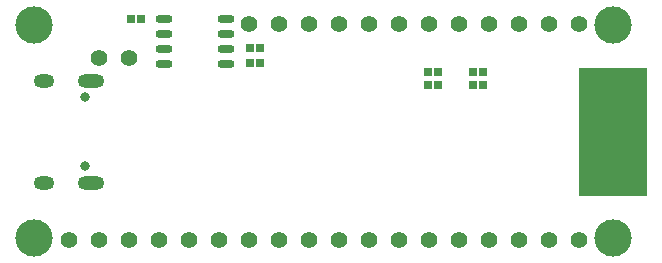
<source format=gbs>
G04*
G04 #@! TF.GenerationSoftware,Altium Limited,Altium Designer,21.2.1 (34)*
G04*
G04 Layer_Color=16711935*
%FSLAX25Y25*%
%MOIN*%
G70*
G04*
G04 #@! TF.SameCoordinates,24BC1A3A-2B15-4BCB-8D07-746B5B0C7B57*
G04*
G04*
G04 #@! TF.FilePolarity,Negative*
G04*
G01*
G75*
%ADD36R,0.22500X0.42500*%
%ADD56C,0.05600*%
%ADD57C,0.12411*%
%ADD58O,0.08868X0.04537*%
%ADD59O,0.06899X0.04537*%
%ADD60C,0.03159*%
%ADD72R,0.02568X0.02568*%
%ADD73O,0.05718X0.02568*%
D36*
X200250Y-250D02*
D03*
D56*
X39000Y24600D02*
D03*
X29000D02*
D03*
X109000Y36000D02*
D03*
X99000D02*
D03*
X159000D02*
D03*
X149000D02*
D03*
X169000D02*
D03*
X189000D02*
D03*
X179000D02*
D03*
X139000D02*
D03*
X119000D02*
D03*
X129000D02*
D03*
X79000D02*
D03*
X89000D02*
D03*
X69000Y-36000D02*
D03*
X109000D02*
D03*
X99000D02*
D03*
X159000D02*
D03*
X149000D02*
D03*
X169000D02*
D03*
X189000D02*
D03*
X179000D02*
D03*
X139000D02*
D03*
X119000D02*
D03*
X129000D02*
D03*
X79000D02*
D03*
X89000D02*
D03*
X59000D02*
D03*
X49000D02*
D03*
X29000D02*
D03*
X39000D02*
D03*
X19000D02*
D03*
D57*
X7500Y35500D02*
D03*
Y-35500D02*
D03*
X200500D02*
D03*
Y35500D02*
D03*
D58*
X26327Y17028D02*
D03*
Y-17028D02*
D03*
D59*
X10579Y17028D02*
D03*
Y-17028D02*
D03*
D60*
X24358Y-11378D02*
D03*
Y11378D02*
D03*
D72*
X79300Y23000D02*
D03*
X82700D02*
D03*
X79300Y28000D02*
D03*
X82700D02*
D03*
X43200Y37500D02*
D03*
X39800D02*
D03*
X153800Y15500D02*
D03*
X157200D02*
D03*
X153800Y20000D02*
D03*
X157200D02*
D03*
X138800Y15500D02*
D03*
X142200D02*
D03*
X138800Y20000D02*
D03*
X142200D02*
D03*
D73*
X71433Y37500D02*
D03*
Y32500D02*
D03*
Y27500D02*
D03*
Y22500D02*
D03*
X50567Y37500D02*
D03*
Y32500D02*
D03*
Y27500D02*
D03*
Y22500D02*
D03*
M02*

</source>
